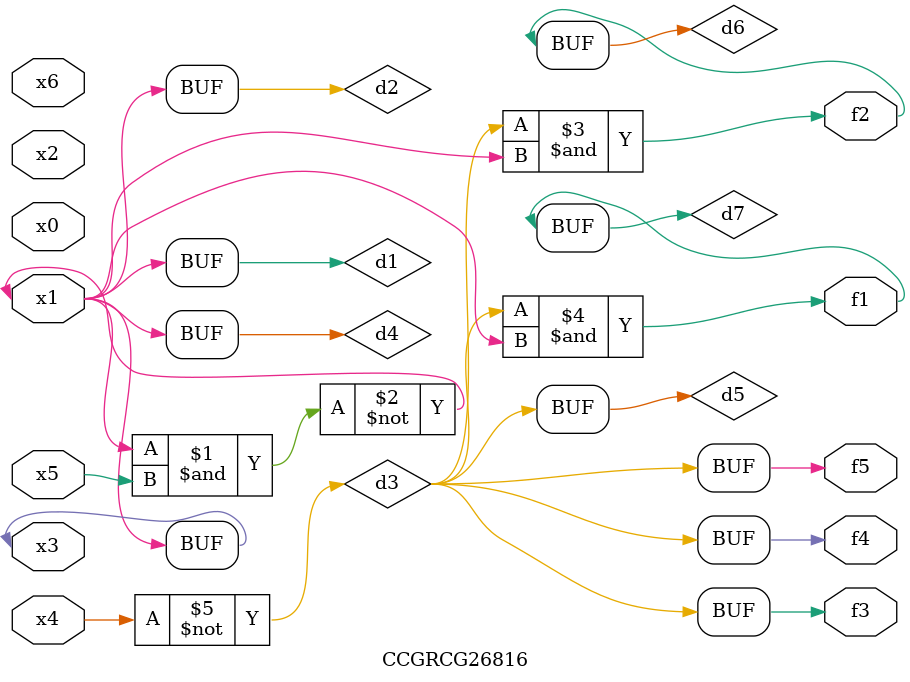
<source format=v>
module CCGRCG26816(
	input x0, x1, x2, x3, x4, x5, x6,
	output f1, f2, f3, f4, f5
);

	wire d1, d2, d3, d4, d5, d6, d7;

	buf (d1, x1, x3);
	nand (d2, x1, x5);
	not (d3, x4);
	buf (d4, d1, d2);
	buf (d5, d3);
	and (d6, d3, d4);
	and (d7, d3, d4);
	assign f1 = d7;
	assign f2 = d6;
	assign f3 = d5;
	assign f4 = d5;
	assign f5 = d5;
endmodule

</source>
